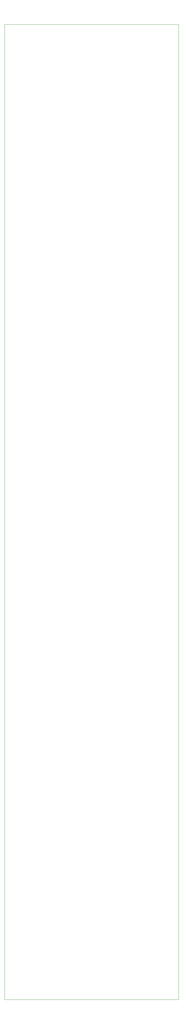
<source format=gbr>
%TF.GenerationSoftware,KiCad,Pcbnew,8.0.1*%
%TF.CreationDate,2024-04-02T05:11:47+03:00*%
%TF.ProjectId,led connectors,6c656420-636f-46e6-9e65-63746f72732e,rev?*%
%TF.SameCoordinates,Original*%
%TF.FileFunction,Profile,NP*%
%FSLAX46Y46*%
G04 Gerber Fmt 4.6, Leading zero omitted, Abs format (unit mm)*
G04 Created by KiCad (PCBNEW 8.0.1) date 2024-04-02 05:11:47*
%MOMM*%
%LPD*%
G01*
G04 APERTURE LIST*
%TA.AperFunction,Profile*%
%ADD10C,0.050000*%
%TD*%
G04 APERTURE END LIST*
D10*
X81250000Y-18250000D02*
X81250000Y-329000000D01*
X34250000Y-329000000D02*
X25500000Y-329000000D01*
X25500000Y-329000000D02*
X25500000Y-18250000D01*
X81250000Y-329000000D02*
X34250000Y-329000000D01*
X25500000Y-18250000D02*
X81250000Y-18250000D01*
M02*

</source>
